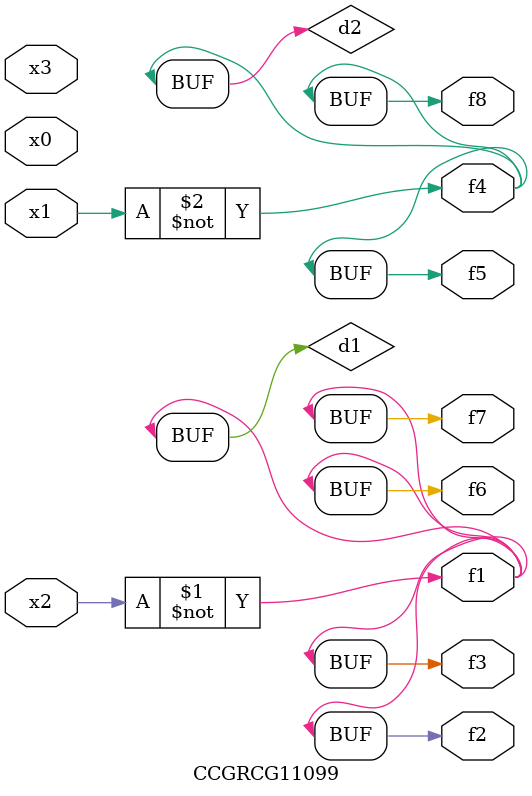
<source format=v>
module CCGRCG11099(
	input x0, x1, x2, x3,
	output f1, f2, f3, f4, f5, f6, f7, f8
);

	wire d1, d2;

	xnor (d1, x2);
	not (d2, x1);
	assign f1 = d1;
	assign f2 = d1;
	assign f3 = d1;
	assign f4 = d2;
	assign f5 = d2;
	assign f6 = d1;
	assign f7 = d1;
	assign f8 = d2;
endmodule

</source>
